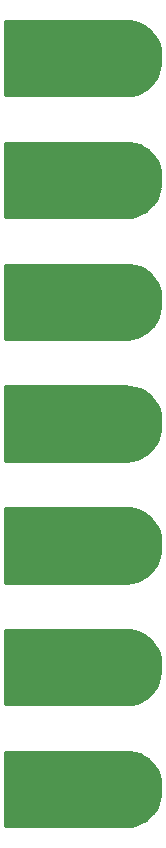
<source format=gbs>
G75*
%MOIN*%
%OFA0B0*%
%FSLAX25Y25*%
%IPPOS*%
%LPD*%
%AMOC8*
5,1,8,0,0,1.08239X$1,22.5*
%
%ADD10C,0.20800*%
%ADD11C,0.01000*%
D10*
X0158283Y0068433D03*
X0181283Y0068433D03*
X0181283Y0109033D03*
X0158283Y0109033D03*
X0158283Y0149633D03*
X0181283Y0149633D03*
X0181283Y0190233D03*
X0158283Y0190233D03*
X0158283Y0230833D03*
X0181283Y0230833D03*
X0181283Y0271433D03*
X0158283Y0271433D03*
X0158283Y0312033D03*
X0181283Y0312033D03*
D11*
X0182283Y0056033D02*
X0141883Y0056033D01*
X0141883Y0080833D01*
X0181883Y0080833D01*
X0183483Y0080773D01*
X0185057Y0080487D01*
X0186576Y0079981D01*
X0188007Y0079265D01*
X0189323Y0078353D01*
X0190497Y0077265D01*
X0191504Y0076022D01*
X0192326Y0074648D01*
X0192945Y0073172D01*
X0193349Y0071623D01*
X0193530Y0070033D01*
X0193483Y0068433D01*
X0193449Y0066748D01*
X0193174Y0065085D01*
X0192666Y0063477D01*
X0191935Y0061959D01*
X0190994Y0060559D01*
X0189864Y0059308D01*
X0188568Y0058231D01*
X0187131Y0057349D01*
X0185583Y0056680D01*
X0183957Y0056239D01*
X0182283Y0056033D01*
X0185900Y0056817D02*
X0141883Y0056817D01*
X0141883Y0057815D02*
X0187891Y0057815D01*
X0189269Y0058814D02*
X0141883Y0058814D01*
X0141883Y0059812D02*
X0190319Y0059812D01*
X0191163Y0060811D02*
X0141883Y0060811D01*
X0141883Y0061810D02*
X0191834Y0061810D01*
X0192344Y0062808D02*
X0141883Y0062808D01*
X0141883Y0063807D02*
X0192770Y0063807D01*
X0193086Y0064805D02*
X0141883Y0064805D01*
X0141883Y0065804D02*
X0193293Y0065804D01*
X0193450Y0066802D02*
X0141883Y0066802D01*
X0141883Y0067801D02*
X0193470Y0067801D01*
X0193494Y0068799D02*
X0141883Y0068799D01*
X0141883Y0069798D02*
X0193523Y0069798D01*
X0193443Y0070796D02*
X0141883Y0070796D01*
X0141883Y0071795D02*
X0193304Y0071795D01*
X0193044Y0072793D02*
X0141883Y0072793D01*
X0141883Y0073792D02*
X0192685Y0073792D01*
X0192241Y0074790D02*
X0141883Y0074790D01*
X0141883Y0075789D02*
X0191644Y0075789D01*
X0190884Y0076787D02*
X0141883Y0076787D01*
X0141883Y0077786D02*
X0189935Y0077786D01*
X0188701Y0078784D02*
X0141883Y0078784D01*
X0141883Y0079783D02*
X0186972Y0079783D01*
X0183263Y0080781D02*
X0141883Y0080781D01*
X0141883Y0096633D02*
X0182283Y0096633D01*
X0183957Y0096839D01*
X0185583Y0097280D01*
X0187131Y0097949D01*
X0188568Y0098831D01*
X0189864Y0099908D01*
X0190994Y0101159D01*
X0191935Y0102559D01*
X0192666Y0104077D01*
X0193174Y0105685D01*
X0193449Y0107348D01*
X0193483Y0109033D01*
X0193530Y0110633D01*
X0193349Y0112223D01*
X0192945Y0113772D01*
X0192326Y0115248D01*
X0191504Y0116622D01*
X0190497Y0117865D01*
X0189323Y0118953D01*
X0188007Y0119865D01*
X0186576Y0120581D01*
X0185057Y0121087D01*
X0183483Y0121373D01*
X0181883Y0121433D01*
X0141883Y0121433D01*
X0141883Y0096633D01*
X0141883Y0096757D02*
X0183294Y0096757D01*
X0186684Y0097756D02*
X0141883Y0097756D01*
X0141883Y0098754D02*
X0188443Y0098754D01*
X0189677Y0099753D02*
X0141883Y0099753D01*
X0141883Y0100751D02*
X0190626Y0100751D01*
X0191391Y0101750D02*
X0141883Y0101750D01*
X0141883Y0102748D02*
X0192026Y0102748D01*
X0192507Y0103747D02*
X0141883Y0103747D01*
X0141883Y0104745D02*
X0192878Y0104745D01*
X0193184Y0105744D02*
X0141883Y0105744D01*
X0141883Y0106743D02*
X0193349Y0106743D01*
X0193457Y0107741D02*
X0141883Y0107741D01*
X0141883Y0108740D02*
X0193477Y0108740D01*
X0193504Y0109738D02*
X0141883Y0109738D01*
X0141883Y0110737D02*
X0193518Y0110737D01*
X0193404Y0111735D02*
X0141883Y0111735D01*
X0141883Y0112734D02*
X0193216Y0112734D01*
X0192956Y0113732D02*
X0141883Y0113732D01*
X0141883Y0114731D02*
X0192543Y0114731D01*
X0192038Y0115729D02*
X0141883Y0115729D01*
X0141883Y0116728D02*
X0191419Y0116728D01*
X0190609Y0117726D02*
X0141883Y0117726D01*
X0141883Y0118725D02*
X0189570Y0118725D01*
X0188212Y0119723D02*
X0141883Y0119723D01*
X0141883Y0120722D02*
X0186153Y0120722D01*
X0183957Y0137439D02*
X0182283Y0137233D01*
X0141883Y0137233D01*
X0141883Y0162033D01*
X0181883Y0162033D01*
X0183483Y0161973D01*
X0185057Y0161687D01*
X0186576Y0161181D01*
X0188007Y0160465D01*
X0189323Y0159553D01*
X0190497Y0158465D01*
X0191504Y0157222D01*
X0192326Y0155848D01*
X0192945Y0154372D01*
X0193349Y0152823D01*
X0193530Y0151233D01*
X0193483Y0149633D01*
X0193449Y0147948D01*
X0193174Y0146285D01*
X0192666Y0144677D01*
X0191935Y0143159D01*
X0190994Y0141759D01*
X0189864Y0140508D01*
X0188568Y0139431D01*
X0187131Y0138549D01*
X0185583Y0137880D01*
X0183957Y0137439D01*
X0184906Y0137696D02*
X0141883Y0137696D01*
X0141883Y0138695D02*
X0187369Y0138695D01*
X0188883Y0139693D02*
X0141883Y0139693D01*
X0141883Y0140692D02*
X0190030Y0140692D01*
X0190932Y0141690D02*
X0141883Y0141690D01*
X0141883Y0142689D02*
X0191619Y0142689D01*
X0192189Y0143687D02*
X0141883Y0143687D01*
X0141883Y0144686D02*
X0192669Y0144686D01*
X0192985Y0145684D02*
X0141883Y0145684D01*
X0141883Y0146683D02*
X0193240Y0146683D01*
X0193405Y0147681D02*
X0141883Y0147681D01*
X0141883Y0148680D02*
X0193464Y0148680D01*
X0193485Y0149679D02*
X0141883Y0149679D01*
X0141883Y0150677D02*
X0193513Y0150677D01*
X0193479Y0151676D02*
X0141883Y0151676D01*
X0141883Y0152674D02*
X0193366Y0152674D01*
X0193128Y0153673D02*
X0141883Y0153673D01*
X0141883Y0154671D02*
X0192820Y0154671D01*
X0192401Y0155670D02*
X0141883Y0155670D01*
X0141883Y0156668D02*
X0191836Y0156668D01*
X0191144Y0157667D02*
X0141883Y0157667D01*
X0141883Y0158665D02*
X0190281Y0158665D01*
X0189164Y0159664D02*
X0141883Y0159664D01*
X0141883Y0160662D02*
X0187613Y0160662D01*
X0185136Y0161661D02*
X0141883Y0161661D01*
X0141883Y0177833D02*
X0182283Y0177833D01*
X0183957Y0178039D01*
X0185583Y0178480D01*
X0187131Y0179149D01*
X0188568Y0180031D01*
X0189864Y0181108D01*
X0190994Y0182359D01*
X0191935Y0183759D01*
X0192666Y0185277D01*
X0193174Y0186885D01*
X0193449Y0188548D01*
X0193483Y0190233D01*
X0193530Y0191833D01*
X0193349Y0193423D01*
X0192945Y0194972D01*
X0192326Y0196448D01*
X0191504Y0197822D01*
X0190497Y0199065D01*
X0189323Y0200153D01*
X0188007Y0201065D01*
X0186576Y0201781D01*
X0185057Y0202287D01*
X0183483Y0202573D01*
X0181883Y0202633D01*
X0141883Y0202633D01*
X0141883Y0177833D01*
X0141883Y0178635D02*
X0185942Y0178635D01*
X0187921Y0179634D02*
X0141883Y0179634D01*
X0141883Y0180632D02*
X0189291Y0180632D01*
X0190336Y0181631D02*
X0141883Y0181631D01*
X0141883Y0182629D02*
X0191176Y0182629D01*
X0191847Y0183628D02*
X0141883Y0183628D01*
X0141883Y0184626D02*
X0192353Y0184626D01*
X0192776Y0185625D02*
X0141883Y0185625D01*
X0141883Y0186623D02*
X0193092Y0186623D01*
X0193296Y0187622D02*
X0141883Y0187622D01*
X0141883Y0188620D02*
X0193450Y0188620D01*
X0193471Y0189619D02*
X0141883Y0189619D01*
X0141883Y0190617D02*
X0193494Y0190617D01*
X0193523Y0191616D02*
X0141883Y0191616D01*
X0141883Y0192614D02*
X0193441Y0192614D01*
X0193299Y0193613D02*
X0141883Y0193613D01*
X0141883Y0194612D02*
X0193039Y0194612D01*
X0192678Y0195610D02*
X0141883Y0195610D01*
X0141883Y0196609D02*
X0192230Y0196609D01*
X0191633Y0197607D02*
X0141883Y0197607D01*
X0141883Y0198606D02*
X0190869Y0198606D01*
X0189916Y0199604D02*
X0141883Y0199604D01*
X0141883Y0200603D02*
X0188675Y0200603D01*
X0186935Y0201601D02*
X0141883Y0201601D01*
X0141883Y0202600D02*
X0182776Y0202600D01*
X0182283Y0218433D02*
X0141883Y0218433D01*
X0141883Y0243233D01*
X0181883Y0243233D01*
X0183483Y0243173D01*
X0185057Y0242887D01*
X0186576Y0242381D01*
X0188007Y0241665D01*
X0189323Y0240753D01*
X0190497Y0239665D01*
X0191504Y0238422D01*
X0192326Y0237048D01*
X0192945Y0235572D01*
X0193349Y0234023D01*
X0193530Y0232433D01*
X0193483Y0230833D01*
X0193449Y0229148D01*
X0193174Y0227485D01*
X0192666Y0225877D01*
X0191935Y0224359D01*
X0190994Y0222959D01*
X0189864Y0221708D01*
X0188568Y0220631D01*
X0187131Y0219749D01*
X0185583Y0219080D01*
X0183957Y0218639D01*
X0182283Y0218433D01*
X0183443Y0218576D02*
X0141883Y0218576D01*
X0141883Y0219574D02*
X0186727Y0219574D01*
X0188473Y0220573D02*
X0141883Y0220573D01*
X0141883Y0221571D02*
X0189699Y0221571D01*
X0190642Y0222570D02*
X0141883Y0222570D01*
X0141883Y0223568D02*
X0191403Y0223568D01*
X0192035Y0224567D02*
X0141883Y0224567D01*
X0141883Y0225565D02*
X0192516Y0225565D01*
X0192883Y0226564D02*
X0141883Y0226564D01*
X0141883Y0227562D02*
X0193187Y0227562D01*
X0193352Y0228561D02*
X0141883Y0228561D01*
X0141883Y0229559D02*
X0193457Y0229559D01*
X0193478Y0230558D02*
X0141883Y0230558D01*
X0141883Y0231556D02*
X0193504Y0231556D01*
X0193516Y0232555D02*
X0141883Y0232555D01*
X0141883Y0233553D02*
X0193402Y0233553D01*
X0193211Y0234552D02*
X0141883Y0234552D01*
X0141883Y0235550D02*
X0192951Y0235550D01*
X0192535Y0236549D02*
X0141883Y0236549D01*
X0141883Y0237548D02*
X0192027Y0237548D01*
X0191404Y0238546D02*
X0141883Y0238546D01*
X0141883Y0239545D02*
X0190594Y0239545D01*
X0189550Y0240543D02*
X0141883Y0240543D01*
X0141883Y0241542D02*
X0188185Y0241542D01*
X0186098Y0242540D02*
X0141883Y0242540D01*
X0141883Y0259033D02*
X0182283Y0259033D01*
X0183957Y0259239D01*
X0185583Y0259680D01*
X0187131Y0260349D01*
X0188568Y0261231D01*
X0189864Y0262308D01*
X0190994Y0263559D01*
X0191935Y0264959D01*
X0192666Y0266477D01*
X0193174Y0268085D01*
X0193449Y0269748D01*
X0193483Y0271433D01*
X0193530Y0273033D01*
X0193349Y0274623D01*
X0192945Y0276172D01*
X0192326Y0277648D01*
X0191504Y0279022D01*
X0190497Y0280265D01*
X0189323Y0281353D01*
X0188007Y0282265D01*
X0186576Y0282981D01*
X0185057Y0283487D01*
X0183483Y0283773D01*
X0181883Y0283833D01*
X0141883Y0283833D01*
X0141883Y0259033D01*
X0141883Y0259515D02*
X0184973Y0259515D01*
X0187399Y0260513D02*
X0141883Y0260513D01*
X0141883Y0261512D02*
X0188906Y0261512D01*
X0190046Y0262510D02*
X0141883Y0262510D01*
X0141883Y0263509D02*
X0190948Y0263509D01*
X0191631Y0264507D02*
X0141883Y0264507D01*
X0141883Y0265506D02*
X0192198Y0265506D01*
X0192675Y0266504D02*
X0141883Y0266504D01*
X0141883Y0267503D02*
X0192990Y0267503D01*
X0193243Y0268501D02*
X0141883Y0268501D01*
X0141883Y0269500D02*
X0193408Y0269500D01*
X0193464Y0270498D02*
X0141883Y0270498D01*
X0141883Y0271497D02*
X0193485Y0271497D01*
X0193514Y0272495D02*
X0141883Y0272495D01*
X0141883Y0273494D02*
X0193477Y0273494D01*
X0193364Y0274492D02*
X0141883Y0274492D01*
X0141883Y0275491D02*
X0193123Y0275491D01*
X0192812Y0276489D02*
X0141883Y0276489D01*
X0141883Y0277488D02*
X0192393Y0277488D01*
X0191825Y0278486D02*
X0141883Y0278486D01*
X0141883Y0279485D02*
X0191129Y0279485D01*
X0190261Y0280483D02*
X0141883Y0280483D01*
X0141883Y0281482D02*
X0189138Y0281482D01*
X0187576Y0282481D02*
X0141883Y0282481D01*
X0141883Y0283479D02*
X0185081Y0283479D01*
X0182283Y0299633D02*
X0141883Y0299633D01*
X0141883Y0324433D01*
X0181883Y0324433D01*
X0183483Y0324373D01*
X0185057Y0324087D01*
X0186576Y0323581D01*
X0188007Y0322865D01*
X0189323Y0321953D01*
X0190497Y0320865D01*
X0191504Y0319622D01*
X0192326Y0318248D01*
X0192945Y0316772D01*
X0193349Y0315223D01*
X0193530Y0313633D01*
X0193483Y0312033D01*
X0193449Y0310348D01*
X0193174Y0308685D01*
X0192666Y0307077D01*
X0191935Y0305559D01*
X0190994Y0304159D01*
X0189864Y0302908D01*
X0188568Y0301831D01*
X0187131Y0300949D01*
X0185583Y0300280D01*
X0183957Y0299839D01*
X0182283Y0299633D01*
X0185985Y0300454D02*
X0141883Y0300454D01*
X0141883Y0301452D02*
X0187951Y0301452D01*
X0189313Y0302451D02*
X0141883Y0302451D01*
X0141883Y0303449D02*
X0190353Y0303449D01*
X0191188Y0304448D02*
X0141883Y0304448D01*
X0141883Y0305446D02*
X0191859Y0305446D01*
X0192362Y0306445D02*
X0141883Y0306445D01*
X0141883Y0307443D02*
X0192782Y0307443D01*
X0193098Y0308442D02*
X0141883Y0308442D01*
X0141883Y0309440D02*
X0193299Y0309440D01*
X0193450Y0310439D02*
X0141883Y0310439D01*
X0141883Y0311437D02*
X0193471Y0311437D01*
X0193495Y0312436D02*
X0141883Y0312436D01*
X0141883Y0313434D02*
X0193524Y0313434D01*
X0193439Y0314433D02*
X0141883Y0314433D01*
X0141883Y0315431D02*
X0193295Y0315431D01*
X0193034Y0316430D02*
X0141883Y0316430D01*
X0141883Y0317428D02*
X0192670Y0317428D01*
X0192219Y0318427D02*
X0141883Y0318427D01*
X0141883Y0319425D02*
X0191622Y0319425D01*
X0190854Y0320424D02*
X0141883Y0320424D01*
X0141883Y0321422D02*
X0189896Y0321422D01*
X0188648Y0322421D02*
X0141883Y0322421D01*
X0141883Y0323419D02*
X0186898Y0323419D01*
X0182290Y0324418D02*
X0141883Y0324418D01*
M02*

</source>
